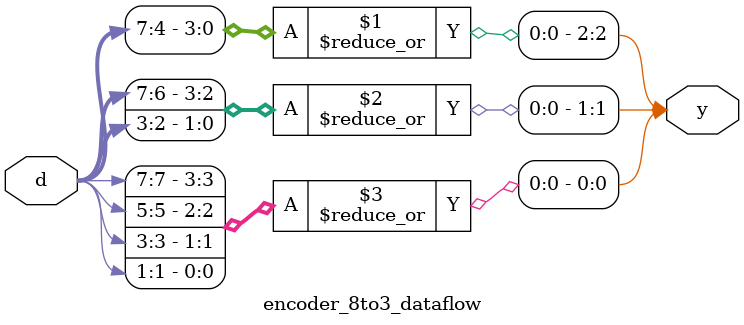
<source format=v>
module encoder_8to3_structural (
    input [7:0] d,
    output [2:0] y
);
    or (y[2], d[7], d[6], d[5], d[4]);
    or (y[1], d[7], d[6], d[3], d[2]);
    or (y[0], d[7], d[5], d[3], d[1]);
endmodule

// 行为级描述
module encoder_8to3_behavioral (
    input [7:0] d,    
    output reg [2:0] y
);
    always @(*) begin
        y = 3'bXXX; // 默认输出为 XXX
        case (d)
            8'b00000001: y = 3'b000;
            8'b00000010: y = 3'b001;
            8'b00000100: y = 3'b010;
            8'b00001000: y = 3'b011;
            8'b00010000: y = 3'b100;
            8'b00100000: y = 3'b101;
            8'b01000000: y = 3'b110;
            8'b10000000: y = 3'b111;
            default: y = 3'bXXX;    
        endcase
    end
endmodule

// 使用位运算和连续赋值语句描述数据流
module encoder_8to3_dataflow (
    input [7:0] d,
    output [2:0] y
);
    assign y[2] = |d[7:4];
    assign y[1] = |{d[7], d[6], d[3], d[2]};
    assign y[0] = |{d[7], d[5], d[3], d[1]};
endmodule

</source>
